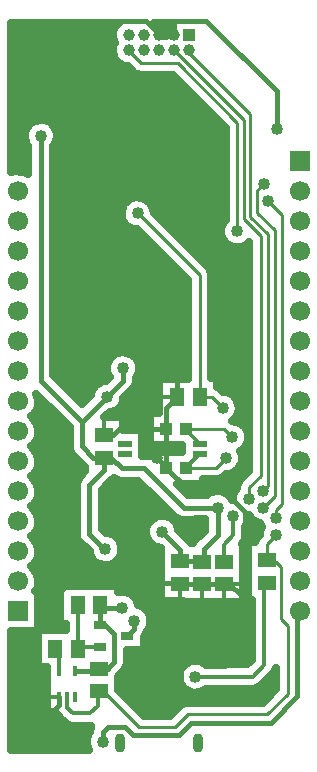
<source format=gbr>
%TF.GenerationSoftware,Novarm,DipTrace Beta,2.9.0.1*%
%TF.CreationDate,2015-11-14T18:18:54-04:00*%
%FSLAX35Y35*%
%MOMM*%
%TF.FileFunction,Copper,L2,Bot*%
%TF.Part,Single*%
%TA.AperFunction,Conductor,NotC*%
%ADD14C,0.4064*%
%ADD15C,0.3556*%
%ADD16C,0.254*%
%ADD17C,0.4*%
%TA.AperFunction,CopperBalancing*%
%ADD18C,0.635*%
%TA.AperFunction,SMDPad,CuDef*%
%ADD21R,1.5X1.3*%
%ADD23R,1.3X1.5*%
%ADD24R,1.1X1.0*%
%TA.AperFunction,ComponentPad*%
%ADD25R,1.7X1.7*%
%ADD26C,1.7*%
%ADD27R,1.0X1.0*%
%ADD28C,1.0*%
%ADD30O,0.9X1.6*%
%TA.AperFunction,SMDPad,CuDef*%
%ADD35R,1.05X0.65*%
%ADD41R,0.4X0.9*%
%ADD42R,1.2X0.6*%
%TA.AperFunction,ViaPad*%
%ADD43C,1.016*%
%TA.AperFunction,CopperBalancing*%
%ADD102C,0.3556*%
G75*
G01*
%LPD*%
X1882034Y3571991D2*
D14*
X1792594D1*
X1697104Y3667481D1*
Y3875014D1*
X1907177Y4085087D1*
X2044091Y4327071D2*
Y4222001D1*
X1907177Y4085087D1*
X1347617Y6294777D2*
Y4224501D1*
X1697104Y3875014D1*
X2526374Y2695201D2*
Y2792771D1*
X2376137Y2943007D1*
X1882034Y3571991D2*
X1942241D1*
X2030841Y3483391D1*
X2217407D1*
X2558564Y3142234D1*
X2848797D1*
X2526374Y2695201D2*
X2708387D1*
X2711371Y2692217D1*
X1893584Y2798067D2*
Y2792691D1*
X1758881Y2927394D1*
Y3344374D1*
X1882034Y3467527D1*
Y3571991D1*
X2848797Y3142234D2*
Y2917984D1*
X2729184Y2798371D1*
Y2710031D1*
X2711371Y2692217D1*
X2409851Y3812697D2*
Y3989994D1*
X2501424Y4081567D1*
X2409851Y3812697D2*
Y3485037D1*
X1882034Y3761991D2*
X1956984D1*
X2006844Y3811851D1*
X2409004D1*
X2409851Y3812697D1*
X2329421Y3569961D2*
Y3565467D1*
X2409851Y3485037D1*
X1504411Y1546021D2*
D17*
Y1474441D1*
D14*
X1431244Y1401274D1*
X1322344D1*
Y2094037D1*
X1396747Y2168441D1*
Y2330771D1*
X1472671Y2406694D1*
X1478197D1*
X1584061Y2512557D1*
X2519017D1*
X2526374Y2505201D1*
X1322344Y1383804D2*
Y1401274D1*
X2018541Y6651694D2*
X1378901D1*
X1181964Y6454757D1*
Y6109564D1*
X1152401Y6080001D1*
X3342644Y6353477D2*
Y6674077D1*
X2746097Y7270624D1*
X2462431D1*
X2473201Y7259854D1*
Y7146801D1*
X2501424Y4081567D2*
Y4995434D1*
X1832737Y5664121D1*
Y6465891D1*
X2018541Y6651694D1*
X2346201Y7146801D2*
Y7158257D1*
X2239991Y7264467D1*
X1984227D1*
X1897267Y7177507D1*
Y6772967D1*
X2018541Y6651694D1*
X3037847Y1902331D2*
Y2408151D1*
Y2587564D1*
X3080021Y2629737D1*
Y3112431D1*
X2888364Y3304087D1*
X2590801D1*
X2409851Y3485037D1*
X2526374Y2505201D2*
X2708387D1*
X2711371Y2502217D1*
X2902074D1*
X2943781D1*
X3037847Y2408151D1*
X2691424Y4081567D2*
D16*
Y4084824D1*
X2793827D1*
X2886817Y3991834D1*
X2691424Y4081567D2*
Y5114771D1*
X2166347Y5639847D1*
X2139714Y2192224D2*
D14*
Y2121101D1*
X2079561Y2060947D1*
X3262397Y2511034D2*
D15*
X3259654Y2513777D1*
X2656464Y1717597D2*
X3139467D1*
X3240411Y1818541D1*
Y2494534D1*
X3259654Y2513777D1*
X2975154Y3076051D2*
Y2916197D1*
X2894651Y2835694D1*
Y2699641D1*
X2902074Y2692217D1*
X1504411Y1766021D2*
Y1922327D1*
X1471087Y1955651D1*
X1849561Y1965947D2*
X1671384D1*
X1661087Y1955651D1*
Y2320621D1*
X1661321Y2320854D1*
X3107894Y3221634D2*
D16*
Y3320001D1*
X3208117Y3420224D1*
Y5447584D1*
X3065204Y5590497D1*
Y6427797D1*
X2473201Y7019801D1*
X3228461Y3287664D2*
X3270954Y3330157D1*
Y5461474D1*
X3120721Y5611707D1*
Y6482677D1*
X2594391Y7009007D1*
Y7013991D1*
X2600201Y7019801D1*
X1569411Y1546021D2*
D15*
Y1453744D1*
X1616911Y1406244D1*
X1766191D1*
X1829714Y1469767D1*
Y1584211D1*
X1838191Y1592687D1*
X3337721Y2915411D2*
D16*
Y2889454D1*
X1861374Y1615871D2*
D15*
X1838191Y1592687D1*
X3259654Y2703777D2*
D16*
Y2837344D1*
X3337721Y2915411D1*
X1838191Y1592687D2*
X1871377D1*
X2176724Y1287341D1*
X2483367D1*
X2594627Y1398601D1*
X3264421D1*
X3437967Y1572147D1*
Y2145031D1*
X3380607Y2202391D1*
Y2648187D1*
X3338711Y2690084D1*
X3273347D1*
X3259654Y2703777D1*
X1634411Y1766021D2*
D17*
X1674731D1*
D14*
X1821524D1*
X1838191Y1782687D1*
X1849561Y2155947D2*
X1887371D1*
X1968887Y2074431D1*
Y1839424D1*
X1919924Y1790461D1*
X1845964D1*
X1838191Y1782687D1*
X1849561Y2155947D2*
Y2319094D1*
X1851321Y2320854D1*
X2037031Y2300487D2*
X1871687D1*
X1851321Y2320854D1*
X1838191Y1782687D2*
X1916407D1*
X1870774Y1162804D2*
Y1251551D1*
X1912154Y1292931D1*
X2056437D1*
X2125967Y1223401D1*
X2517974D1*
X2621737Y1327164D1*
X3294287D1*
X3517194Y1550071D1*
Y2247194D1*
X3540001Y2270001D1*
X2579851Y3485037D2*
D15*
Y3489017D1*
X2691611Y3600777D1*
X2579851Y3485037D2*
D16*
X2832677D1*
X2914224Y3566584D1*
X2579851Y3812697D2*
D15*
Y3802537D1*
X2691611Y3690777D1*
X2579851Y3812697D2*
D16*
X2897037D1*
X2966487Y3743247D1*
X3334461Y3060471D2*
Y3128511D1*
X3385851Y3179901D1*
Y5626864D1*
X3268271Y5744444D1*
X3010971Y5487144D2*
Y6404744D1*
X2506351Y6909364D1*
X2198967D1*
X2092201Y7016131D1*
Y7019801D1*
X3231781Y3148987D2*
X3328104Y3245311D1*
Y5496481D1*
X3179091Y5645494D1*
Y5839357D1*
X3232591Y5892857D1*
Y5888404D1*
D43*
X1907177Y4085087D3*
X2044091Y4327071D3*
X1347617Y6294777D3*
X2376137Y2943007D3*
X2848797Y3142234D3*
X1893584Y2798067D3*
X2329421Y3569961D3*
X1472671Y2406694D3*
X1322344Y1383804D3*
X2018541Y6651694D3*
X3342644Y6353477D3*
X2018541Y6651694D3*
D3*
X3037847Y1902331D3*
X2886817Y3991834D3*
X2166347Y5639847D3*
X2139714Y2192224D3*
X2656464Y1717597D3*
X2975154Y3076051D3*
X3107894Y3221634D3*
X3228461Y3287664D3*
X3337721Y2915411D3*
D3*
X2037031Y2300487D3*
X1870774Y1162804D3*
X2914224Y3566584D3*
X2966487Y3743247D3*
X3334461Y3060471D3*
X3268271Y5744444D3*
X3010971Y5487144D3*
X3231781Y3148987D3*
X3232591Y5888404D3*
X1104637Y7189044D2*
D18*
X1957124D1*
X2353801D2*
X2459171D1*
X1104637Y7125877D2*
X1952164D1*
X1104637Y7062711D2*
X1958117D1*
X1104637Y6999544D2*
X1952164D1*
X1104637Y6936377D2*
X1979944D1*
X1104637Y6873211D2*
X2090077D1*
X1104637Y6810044D2*
X2461154D1*
X1104637Y6746877D2*
X2524654D1*
X1104637Y6683711D2*
X2587164D1*
X1104637Y6620544D2*
X2650664D1*
X1104637Y6557377D2*
X2714164D1*
X1104637Y6494211D2*
X2776671D1*
X1104637Y6431044D2*
X2840171D1*
X1104637Y6367877D2*
X1226874D1*
X1468771D2*
X2903671D1*
X1104637Y6304711D2*
X1206037D1*
X1489604D2*
X2906647D1*
X1104637Y6241544D2*
X1215961D1*
X1478691D2*
X2906647D1*
X1104637Y6178377D2*
X1235804D1*
X1459841D2*
X2906647D1*
X1104637Y6115211D2*
X1235804D1*
X1459841D2*
X2906647D1*
X1104637Y6052044D2*
X1235804D1*
X1459841D2*
X2906647D1*
X1459841Y5988877D2*
X2906647D1*
X1459841Y5925711D2*
X2906647D1*
X1459841Y5862544D2*
X2906647D1*
X1459841Y5799377D2*
X2906647D1*
X1459841Y5736211D2*
X2064281D1*
X2268474D2*
X2906647D1*
X1459841Y5673044D2*
X2028561D1*
X2304191D2*
X2906647D1*
X1459841Y5609877D2*
X2027571D1*
X2340901D2*
X2906647D1*
X1459841Y5546711D2*
X2061304D1*
X2404401D2*
X2882834D1*
X1459841Y5483544D2*
X2178381D1*
X2466911D2*
X2868944D1*
X1459841Y5420377D2*
X2240891D1*
X2530411D2*
X2885811D1*
X1459841Y5357211D2*
X2304391D1*
X2593911D2*
X2965187D1*
X3057261D2*
X3104094D1*
X1459841Y5294044D2*
X2367891D1*
X2656417D2*
X3104094D1*
X1459841Y5230877D2*
X2430397D1*
X2719917D2*
X3104094D1*
X1459841Y5167711D2*
X2493897D1*
X2780441D2*
X3104094D1*
X1459841Y5104544D2*
X2557397D1*
X2795324D2*
X3104094D1*
X1459841Y5041377D2*
X2587164D1*
X2795324D2*
X3104094D1*
X1459841Y4978211D2*
X2587164D1*
X2795324D2*
X3104094D1*
X1459841Y4915044D2*
X2587164D1*
X2795324D2*
X3104094D1*
X1459841Y4851877D2*
X2587164D1*
X2795324D2*
X3104094D1*
X1459841Y4788711D2*
X2587164D1*
X2795324D2*
X3104094D1*
X1459841Y4725544D2*
X2587164D1*
X2795324D2*
X3104094D1*
X1459841Y4662377D2*
X2587164D1*
X2795324D2*
X3104094D1*
X1459841Y4599211D2*
X2587164D1*
X2795324D2*
X3104094D1*
X1459841Y4536044D2*
X2587164D1*
X2795324D2*
X3104094D1*
X1459841Y4472877D2*
X2587164D1*
X2795324D2*
X3104094D1*
X1459841Y4409711D2*
X1930334D1*
X2158341D2*
X2587164D1*
X2795324D2*
X3104094D1*
X1459841Y4346544D2*
X1903547D1*
X2185127D2*
X2587164D1*
X2795324D2*
X3104094D1*
X1459841Y4283377D2*
X1909501D1*
X2179177D2*
X2587164D1*
X2795324D2*
X3104094D1*
X1507464Y4220211D2*
X1871797D1*
X2155364D2*
X2345071D1*
X2847911D2*
X3104094D1*
X1570964Y4157044D2*
X1786467D1*
X2133534D2*
X2345071D1*
X2865771D2*
X3104094D1*
X1633474Y4093877D2*
X1760671D1*
X2071027D2*
X2345071D1*
X2982847D2*
X3104094D1*
X1327877Y4030711D2*
X1385624D1*
X2039277D2*
X2345071D1*
X3023527D2*
X3104094D1*
X1309027Y3967544D2*
X1449124D1*
X1979747D2*
X2345071D1*
X3026504D2*
X3104094D1*
X1288191Y3904377D2*
X1512624D1*
X2048207D2*
X2263711D1*
X2996737D2*
X3104094D1*
X1321927Y3841211D2*
X1575131D1*
X2048207D2*
X2263711D1*
X3067184D2*
X3104094D1*
X1327877Y3778044D2*
X1585054D1*
X2212911D2*
X2263711D1*
X1309027Y3714877D2*
X1585054D1*
X2212911D2*
X2263711D1*
X1287201Y3651711D2*
X1586047D1*
X2212911D2*
X2540531D1*
X1321927Y3588544D2*
X1620774D1*
X2230771D2*
X2263934D1*
X3054284D2*
X3104094D1*
X1327877Y3525377D2*
X1684274D1*
X3050317D2*
X3104094D1*
X1310021Y3462211D2*
X1716024D1*
X3007651D2*
X3104094D1*
X1286207Y3399044D2*
X1662444D1*
X2885614D2*
X3042577D1*
X1320934Y3335877D2*
X1647561D1*
X1905331D2*
X2209141D1*
X2520487D2*
X3004874D1*
X1327877Y3272711D2*
X1647561D1*
X1870604D2*
X2272641D1*
X2583987D2*
X2768734D1*
X2910417D2*
X2976101D1*
X1311011Y3209544D2*
X1647561D1*
X1870604D2*
X2336141D1*
X1284224Y3146377D2*
X1647561D1*
X1870604D2*
X2398647D1*
X1320934Y3083211D2*
X1647561D1*
X1870604D2*
X2462147D1*
X1328871Y3020044D2*
X1647561D1*
X1870604D2*
X2257757D1*
X2494691D2*
X2727061D1*
X3104887D2*
X3182477D1*
X1311011Y2956877D2*
X1647561D1*
X1884497D2*
X2234937D1*
X2517511D2*
X2727061D1*
X3084051D2*
X3202321D1*
X1283231Y2893711D2*
X1652524D1*
X1996614D2*
X2242874D1*
X2581011D2*
X2669514D1*
X3082067D2*
X3173547D1*
X1320934Y2830544D2*
X1700147D1*
X2032331D2*
X2293477D1*
X1328871Y2767377D2*
X1754717D1*
X2032331D2*
X2359951D1*
X1312004Y2704211D2*
X1789444D1*
X1998597D2*
X2359951D1*
X1282237Y2641044D2*
X2359951D1*
X1319941Y2577877D2*
X2359951D1*
X1328871Y2514711D2*
X2359951D1*
X1312997Y2451544D2*
X1504687D1*
X2007527D2*
X2359951D1*
X1328871Y2388377D2*
X1504687D1*
X2147427D2*
X2359951D1*
X1328871Y2325211D2*
X1504687D1*
X2177191D2*
X3130881D1*
X1328871Y2262044D2*
X1504687D1*
X2262521D2*
X3130881D1*
X1328871Y2198877D2*
X1504687D1*
X2281371D2*
X3130881D1*
X1328871Y2135711D2*
X1552311D1*
X2269464D2*
X3130881D1*
X1104637Y2072544D2*
X1314187D1*
X2239701D2*
X3130881D1*
X1104637Y2009377D2*
X1314187D1*
X2223824D2*
X3130881D1*
X1104637Y1946211D2*
X1314187D1*
X2223824D2*
X3130881D1*
X1104637Y1883044D2*
X1314187D1*
X2080951D2*
X3130881D1*
X1104637Y1819877D2*
X1314187D1*
X2078964D2*
X2560374D1*
X1104637Y1756711D2*
X1392571D1*
X2041261D2*
X2519694D1*
X1104637Y1693544D2*
X1392571D1*
X2004551D2*
X2516717D1*
X3267604D2*
X3334281D1*
X1104637Y1630377D2*
X1392571D1*
X2004551D2*
X2545491D1*
X3200137D2*
X3334281D1*
X1104637Y1567211D2*
X1392571D1*
X2041261D2*
X3288641D1*
X1104637Y1504044D2*
X1392571D1*
X2104761D2*
X3225141D1*
X1104637Y1440877D2*
X1392571D1*
X2168261D2*
X2491914D1*
X1104637Y1377711D2*
X1493774D1*
X1104637Y1314544D2*
X1564217D1*
X1104637Y1251377D2*
X1758687D1*
X1104637Y1188211D2*
X1730904D1*
X1104637Y1125044D2*
X1733881D1*
X1721944Y3456627D2*
Y3494331D1*
X1622567Y3592944D1*
X1603811Y3618414D1*
X1592577Y3653864D1*
X1591694Y3794481D1*
Y3831191D1*
X1308961Y4114084D1*
X1321201Y4068904D1*
X1322491Y4048001D1*
X1319537Y4016434D1*
X1310774Y3985964D1*
X1296511Y3957651D1*
X1277241Y3932477D1*
X1264697Y3921234D1*
X1284314Y3901377D1*
X1301951Y3875031D1*
X1314391Y3845867D1*
X1321201Y3814904D1*
X1322491Y3794001D1*
X1319537Y3762434D1*
X1310774Y3731964D1*
X1296511Y3703651D1*
X1277241Y3678477D1*
X1264697Y3667234D1*
X1284314Y3647377D1*
X1301951Y3621031D1*
X1314391Y3591867D1*
X1321201Y3560904D1*
X1322491Y3540001D1*
X1319537Y3508434D1*
X1310774Y3477964D1*
X1296511Y3449651D1*
X1277241Y3424477D1*
X1264697Y3413234D1*
X1284314Y3393377D1*
X1301951Y3367031D1*
X1314391Y3337867D1*
X1321201Y3306904D1*
X1322491Y3286001D1*
X1319537Y3254434D1*
X1310774Y3223964D1*
X1296511Y3195651D1*
X1277241Y3170477D1*
X1264697Y3159234D1*
X1284314Y3139377D1*
X1301951Y3113031D1*
X1314391Y3083867D1*
X1321201Y3052904D1*
X1322491Y3032001D1*
X1319537Y3000434D1*
X1310774Y2969964D1*
X1296511Y2941651D1*
X1277241Y2916477D1*
X1264697Y2905234D1*
X1284314Y2885377D1*
X1301951Y2859031D1*
X1314391Y2829867D1*
X1321201Y2798904D1*
X1322491Y2778001D1*
X1319537Y2746434D1*
X1310774Y2715964D1*
X1296511Y2687651D1*
X1277241Y2662477D1*
X1264697Y2651234D1*
X1284314Y2631377D1*
X1301951Y2605031D1*
X1314391Y2575867D1*
X1321201Y2544904D1*
X1322491Y2524001D1*
X1319537Y2492434D1*
X1310774Y2461964D1*
X1299631Y2439844D1*
X1322491Y2440091D1*
Y2116211D1*
X1558131Y2115741D1*
X1557411Y2160764D1*
X1511231D1*
Y2480944D1*
X2001411D1*
Y2432327D1*
X2031664Y2436271D1*
X2063247Y2433824D1*
X2093407Y2424131D1*
X2120501Y2407721D1*
X2143061Y2385481D1*
X2159857Y2358621D1*
X2170441Y2324211D1*
X2196091Y2315867D1*
X2223184Y2299457D1*
X2245744Y2277217D1*
X2262541Y2250357D1*
X2272664Y2220341D1*
X2275604Y2192224D1*
X2271911Y2160761D1*
X2261034Y2131011D1*
X2244114Y2105411D1*
X2240377Y2089827D1*
X2222974Y2056497D1*
X2217151Y2019787D1*
Y1943357D1*
X2075267D1*
X2074297Y1839424D1*
X2069551Y1808151D1*
X2052427Y1775141D1*
X2006241Y1727704D1*
X1998281Y1711027D1*
Y1604864D1*
X2217651Y1384711D1*
X2443624Y1385131D1*
X2525481Y1467747D1*
X2551151Y1486194D1*
X2582351Y1495461D1*
X2626377Y1496391D1*
X3224667D1*
X3340501Y1612977D1*
X3340177Y1793404D1*
X3323607Y1758287D1*
X3290701Y1723351D1*
X3212207Y1644857D1*
X3186674Y1626197D1*
X3155691Y1616164D1*
X3107717Y1614727D1*
X2745567D1*
X2709704Y1592571D1*
X2679311Y1583641D1*
X2647674Y1581991D1*
X2616517Y1587711D1*
X2587531Y1600487D1*
X2562291Y1619631D1*
X2542167Y1644094D1*
X2528257Y1672554D1*
X2521311Y1703461D1*
X2521711Y1735137D1*
X2529434Y1765861D1*
X2544057Y1793957D1*
X2564791Y1817907D1*
X2590507Y1836407D1*
X2619807Y1848451D1*
X2651097Y1853381D1*
X2682681Y1850934D1*
X2712841Y1841241D1*
X2744871Y1819964D1*
X3096004Y1820467D1*
X3137587Y1861197D1*
X3137541Y2363251D1*
X3099564Y2363687D1*
X3100557Y2663867D1*
X3099564Y2807687D1*
Y2853867D1*
X3164057D1*
X3164694Y2860704D1*
X3177107Y2889774D1*
X3202434Y2918417D1*
X3202967Y2932951D1*
X3210691Y2963674D1*
X3221201Y2983871D1*
X3206037Y3016394D1*
X3191834Y3019101D1*
X3162847Y3031877D1*
X3137607Y3051021D1*
X3117484Y3075484D1*
X3112704Y3085267D1*
X3107351Y3044587D1*
X3096474Y3014837D1*
X3078284Y2987734D1*
X3078024Y2916197D1*
X3073164Y2884951D1*
X3058351Y2855944D1*
X3046587Y2842307D1*
X3062164D1*
Y2352127D1*
X2551281D1*
Y2355104D1*
X2366284Y2355111D1*
Y2804071D1*
X2336191Y2813121D1*
X2307204Y2825897D1*
X2281964Y2845041D1*
X2261841Y2869504D1*
X2247931Y2897964D1*
X2240984Y2928871D1*
X2241384Y2960547D1*
X2249107Y2991271D1*
X2263731Y3019367D1*
X2284464Y3043317D1*
X2310181Y3061817D1*
X2339481Y3073861D1*
X2370771Y3078791D1*
X2402354Y3076344D1*
X2432514Y3066651D1*
X2459607Y3050241D1*
X2482167Y3028001D1*
X2498964Y3001141D1*
X2509087Y2971124D1*
X2510464Y2957944D1*
X2605327Y2862394D1*
X2620284Y2845291D1*
X2635167D1*
X2645644Y2862654D1*
X2733927Y2952187D1*
X2733874Y3048371D1*
X2547707Y3047681D1*
X2516434Y3052427D1*
X2483424Y3069551D1*
X2383367Y3168357D1*
X2173594Y3378131D1*
X2030841Y3377981D1*
X1999567Y3382727D1*
X1966237Y3400131D1*
X1934121Y3370541D1*
X1864664Y3301084D1*
X1864291Y2970321D1*
X1901471Y2933877D1*
X1919801Y2931404D1*
X1949961Y2921711D1*
X1977054Y2905301D1*
X1999614Y2883061D1*
X2016411Y2856201D1*
X2026534Y2826184D1*
X2029474Y2798067D1*
X2025781Y2766604D1*
X2014904Y2736854D1*
X1997437Y2710427D1*
X1974324Y2688764D1*
X1946824Y2673041D1*
X1916431Y2664111D1*
X1884794Y2662461D1*
X1853637Y2668181D1*
X1824651Y2680957D1*
X1799411Y2700101D1*
X1779287Y2724564D1*
X1765377Y2753024D1*
X1759951Y2777171D1*
X1684344Y2852857D1*
X1665587Y2878327D1*
X1655197Y2909201D1*
X1653471Y2959144D1*
Y3344374D1*
X1658217Y3375647D1*
X1675341Y3408657D1*
X1721527Y3456094D1*
X1883274Y3912081D2*
X2042124D1*
X2043521Y3805867D1*
X2206701D1*
Y3588577D1*
X2248681Y3584054D1*
X2254877Y3581764D1*
X2269761Y3584897D1*
Y3620127D1*
X2545924D1*
X2546521Y3677181D1*
X2289591Y3677607D1*
X2269761D1*
Y3947787D1*
X2351321D1*
X2351334Y4241657D1*
X2593921D1*
X2593634Y5074747D1*
X2164144Y5503757D1*
X2126401Y5509961D1*
X2097414Y5522737D1*
X2072174Y5541881D1*
X2052051Y5566344D1*
X2038141Y5594804D1*
X2031194Y5625711D1*
X2031594Y5657387D1*
X2039317Y5688111D1*
X2053941Y5716207D1*
X2074674Y5740157D1*
X2100391Y5758657D1*
X2129691Y5770701D1*
X2160981Y5775631D1*
X2192564Y5773184D1*
X2222724Y5763491D1*
X2249817Y5747081D1*
X2272377Y5724841D1*
X2289174Y5697981D1*
X2299297Y5667964D1*
X2302847Y5641644D1*
X2760571Y5183917D1*
X2779017Y5158247D1*
X2788284Y5127047D1*
X2789214Y5083021D1*
Y4242637D1*
X2841514Y4241657D1*
Y4169227D1*
X2862974Y4153971D1*
X2888934Y4128014D1*
X2913034Y4125174D1*
X2943191Y4115481D1*
X2970287Y4099067D1*
X2992847Y4076827D1*
X3009644Y4049971D1*
X3019764Y4019954D1*
X3022707Y3991834D1*
X3019014Y3960374D1*
X3008137Y3930621D1*
X2990667Y3904197D1*
X2966697Y3882041D1*
X3022864Y3866891D1*
X3049957Y3850481D1*
X3072517Y3828241D1*
X3089314Y3801381D1*
X3099437Y3771364D1*
X3102377Y3743247D1*
X3098684Y3711784D1*
X3087807Y3682034D1*
X3070341Y3655607D1*
X3047227Y3633944D1*
X3036054Y3627557D1*
X3047174Y3594701D1*
X3050114Y3566584D1*
X3046421Y3535121D1*
X3035544Y3505371D1*
X3018077Y3478944D1*
X2994964Y3457281D1*
X2967464Y3441557D1*
X2937071Y3432627D1*
X2916021Y3430084D1*
X2901824Y3415891D1*
X2876154Y3397444D1*
X2844954Y3388177D1*
X2800927Y3387247D1*
X2720561D1*
X2719941Y3349947D1*
X2499737D1*
X2591521Y3258351D1*
X2753091Y3258501D1*
X2773327Y3271901D1*
X2802627Y3283944D1*
X2833917Y3288874D1*
X2865501Y3286427D1*
X2895661Y3276734D1*
X2922754Y3260324D1*
X2945314Y3238084D1*
X2961587Y3212064D1*
X2972751Y3211604D1*
X2973141Y3239174D1*
X2980864Y3269897D1*
X2995487Y3297994D1*
X3010104Y3316884D1*
X3015214Y3351197D1*
X3030724Y3379811D1*
X3061197Y3411601D1*
X3111007Y3461411D1*
X3110327Y3832974D1*
Y5393684D1*
X3091711Y5377841D1*
X3064211Y5362117D1*
X3033817Y5353187D1*
X3002181Y5351537D1*
X2971024Y5357257D1*
X2942037Y5370034D1*
X2916797Y5389177D1*
X2896674Y5413641D1*
X2882764Y5442101D1*
X2875817Y5473007D1*
X2876217Y5504684D1*
X2883941Y5535407D1*
X2898564Y5563504D1*
X2913181Y5582394D1*
Y6365231D1*
X2672414Y6605004D1*
X2465447Y6811971D1*
X2198967Y6811574D1*
X2167771Y6816684D1*
X2139157Y6832194D1*
X2107367Y6862667D1*
X2085621Y6884414D1*
X2051064Y6891127D1*
X2022231Y6904244D1*
X1997244Y6923714D1*
X1977477Y6948471D1*
X1964021Y6977144D1*
X1957614Y7008167D1*
X1958604Y7039827D1*
X1966941Y7070391D1*
X1973124Y7081674D1*
X1964021Y7104144D1*
X1957614Y7135167D1*
X1958604Y7166827D1*
X1966941Y7197391D1*
X1982164Y7225167D1*
X2009161Y7252547D1*
X1097274Y7252211D1*
X1097791Y6236211D1*
Y5987171D1*
X1144624Y5995914D1*
X1176291Y5994404D1*
X1207131Y5987044D1*
X1241761Y5970131D1*
X1242207Y6209867D1*
X1233321Y6221274D1*
X1219411Y6249734D1*
X1212464Y6280641D1*
X1212864Y6312317D1*
X1220587Y6343041D1*
X1235211Y6371137D1*
X1255944Y6395087D1*
X1281661Y6413587D1*
X1310961Y6425631D1*
X1342251Y6430561D1*
X1373834Y6428114D1*
X1403994Y6418421D1*
X1431087Y6402011D1*
X1453647Y6379771D1*
X1470444Y6352911D1*
X1480567Y6322894D1*
X1483507Y6294777D1*
X1479814Y6263314D1*
X1468937Y6233564D1*
X1453107Y6209614D1*
X1453027Y4267737D1*
X1696474Y4024717D1*
X1774811Y4101794D1*
X1783104Y4136307D1*
X1797727Y4164404D1*
X1818461Y4188354D1*
X1844177Y4206854D1*
X1873477Y4218897D1*
X1895967Y4222441D1*
X1928907Y4255891D1*
X1915884Y4282027D1*
X1908937Y4312934D1*
X1909337Y4344611D1*
X1917061Y4375334D1*
X1931684Y4403431D1*
X1952417Y4427381D1*
X1978134Y4445881D1*
X2007434Y4457924D1*
X2038724Y4462854D1*
X2070307Y4460407D1*
X2100467Y4450714D1*
X2127561Y4434304D1*
X2150121Y4412064D1*
X2166917Y4385204D1*
X2177041Y4355187D1*
X2179981Y4327071D1*
X2176287Y4295607D1*
X2165411Y4265857D1*
X2149581Y4241907D1*
X2149501Y4222001D1*
X2144754Y4190727D1*
X2127631Y4157717D1*
X2044961Y4073797D1*
X2042331Y4056581D1*
X2031454Y4026831D1*
X2013987Y4000404D1*
X1990874Y3978741D1*
X1963374Y3963017D1*
X1932981Y3954087D1*
X1924084Y3953624D1*
X1882941Y3911777D1*
X1321501Y2099911D2*
X1097264D1*
X1097791Y1314961D1*
Y1097671D1*
X1751641Y1097791D1*
X1742567Y1117761D1*
X1735621Y1148667D1*
X1736021Y1180344D1*
X1743744Y1211067D1*
X1758367Y1239164D1*
X1765497Y1247397D1*
X1770541Y1283711D1*
X1772401Y1289021D1*
X1771864Y1303531D1*
X1616911Y1303374D1*
X1585664Y1308234D1*
X1556657Y1323047D1*
X1521721Y1355954D1*
X1488447Y1390524D1*
X1469801Y1415931D1*
X1399321D1*
X1398927Y1795561D1*
X1320997D1*
Y2100161D1*
X2465111Y7155577D2*
Y7252811D1*
X2303774Y7252211D1*
X2327354Y7227747D1*
X2343231Y7200334D1*
X2352287Y7169981D1*
X2353601Y7154767D1*
X2376104Y7151541D1*
X2410594Y7139507D1*
X2440191Y7150797D1*
X2464734Y7153987D1*
X2711371Y2502217D2*
D102*
Y2352251D1*
X2526374Y2505201D2*
Y2355234D1*
X2366407Y2505201D2*
X2526374D1*
X2902074Y2502217D2*
Y2352251D1*
Y2502217D2*
X3062041D1*
X1882034Y3911957D2*
Y3761991D1*
X2501424Y4241534D2*
Y4081567D1*
X2351457D2*
X2501424D1*
X2409851Y3620004D2*
Y3485037D1*
Y3812697D2*
Y3677731D1*
X2269884Y3812697D2*
X2409851D1*
X1399444Y1546021D2*
X1504411D1*
D21*
X2711371Y2692217D3*
Y2502217D3*
X2526374Y2695201D3*
Y2505201D3*
X2902074Y2692217D3*
Y2502217D3*
X1882034Y3571991D3*
Y3761991D3*
D23*
X2691424Y4081567D3*
X2501424D3*
D24*
X2579851Y3485037D3*
X2409851D3*
X2579851Y3812697D3*
X2409851D3*
D25*
X1152401Y2270001D3*
D26*
Y2524001D3*
Y2778001D3*
Y3032001D3*
Y3286001D3*
Y3540001D3*
Y3794001D3*
Y4048001D3*
Y4302001D3*
Y4556001D3*
Y4810001D3*
Y5064001D3*
Y5318001D3*
Y5572001D3*
Y5826001D3*
Y6080001D3*
D27*
X2600201Y7146801D3*
D28*
X2473201D3*
X2346201D3*
X2219201D3*
X2092201D3*
X2600201Y7019801D3*
X2473201D3*
X2346201D3*
X2219201D3*
X2092201D3*
D25*
X3540001Y6080001D3*
D26*
Y5826001D3*
Y5572001D3*
Y5318001D3*
Y5064001D3*
Y4810001D3*
Y4556001D3*
Y4302001D3*
Y4048001D3*
Y3794001D3*
Y3540001D3*
Y3286001D3*
Y3032001D3*
Y2778001D3*
Y2524001D3*
Y2270001D3*
D30*
X2016201Y1152401D3*
X2676201D3*
D35*
X1849561Y1965947D3*
Y2155947D3*
X2079561Y2060947D3*
D21*
X3259654Y2513777D3*
Y2703777D3*
X1838191Y1782687D3*
Y1592687D3*
D23*
X1851321Y2320854D3*
X1661321D3*
X1471087Y1955651D3*
X1661087D3*
D41*
X1634411Y1546021D3*
X1569411D3*
X1504411D3*
Y1766021D3*
X1634411D3*
D42*
X2691611Y3690777D3*
X2061611D3*
X2691611Y3600777D3*
X2061611D3*
M02*

</source>
